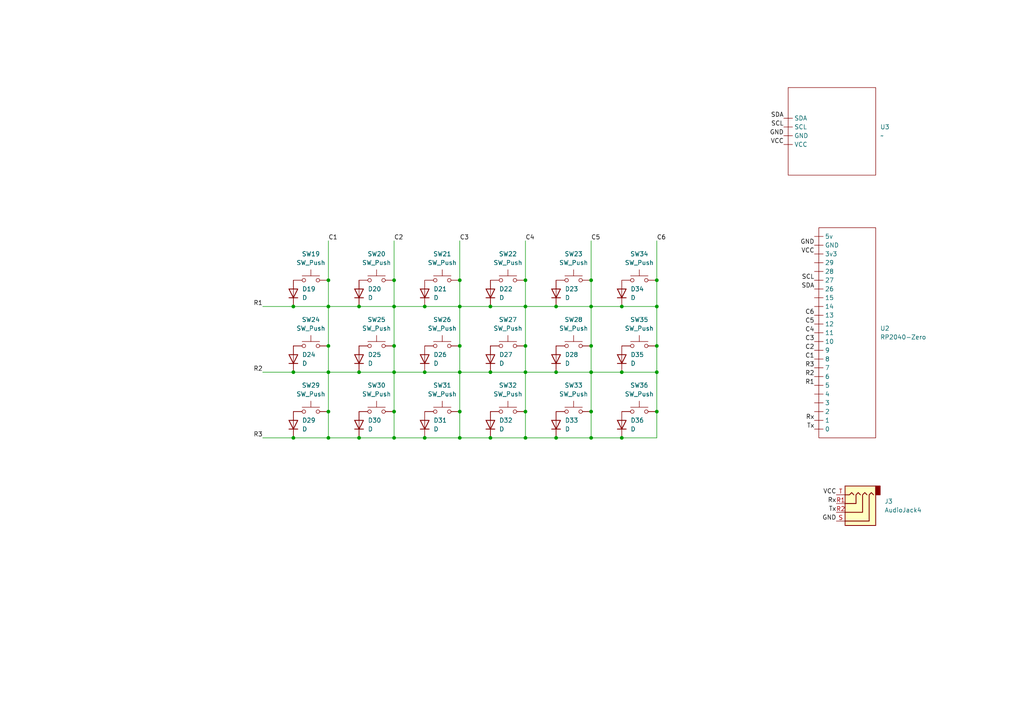
<source format=kicad_sch>
(kicad_sch (version 20250114) (generator "eeschema") (generator_version "9.0")
  (paper "A4")
  (lib_symbols
    (symbol "Connector_Audio:AudioJack4"
      (property "Reference" "J" (at 0 8.89 0))
      (property "Value" "AudioJack4" (at 0 6.35 0))
      (symbol "AudioJack4_0_1"
        (rectangle (start -6.35 -5.08) (end -7.62 -7.62) (stroke (width 0.254)) (fill (type outline)))
        (polyline (pts (xy -5.715 -5.08) (xy -5.08 -5.715) (xy -4.445 -5.08) (xy -4.445 2.54) (xy 2.54 2.54)) (stroke (width 0.254)))
        (polyline (pts (xy -1.905 -5.08) (xy -1.27 -5.715) (xy -0.635 -5.08) (xy -0.635 -2.54) (xy 2.54 -2.54)) (stroke (width 0.254)))
        (polyline (pts (xy 0 -5.08) (xy 0.635 -5.715) (xy 1.27 -5.08) (xy 2.54 -5.08)) (stroke (width 0.254)))
        (rectangle (start 2.54 3.81) (end -6.35 -7.62) (stroke (width 0.254)) (fill (type background)))
        (polyline (pts (xy 2.54 0) (xy -2.54 0) (xy -2.54 -5.08) (xy -3.175 -5.715) (xy -3.81 -5.08)) (stroke (width 0.254)))
      )
      (symbol "AudioJack4_1_1"
        (pin passive line (at 5.08 2.54 180) (length 2.54) (name "~") (number "S"))
        (pin passive line (at 5.08 0 180) (length 2.54) (name "~") (number "R2"))
        (pin passive line (at 5.08 -2.54 180) (length 2.54) (name "~") (number "R1"))
        (pin passive line (at 5.08 -5.08 180) (length 2.54) (name "~") (number "T"))
      )
    )
    (symbol "Device:D" (pin_numbers (hide yes)) (pin_names (offset 1.016) (hide yes))
      (property "Reference" "D" (at 0 2.54 0))
      (property "Value" "D" (at 0 -2.54 0))
      (symbol "D_0_1"
        (polyline (pts (xy -1.27 1.27) (xy -1.27 -1.27)) (stroke (width 0.254)))
        (polyline (pts (xy 1.27 1.27) (xy 1.27 -1.27) (xy -1.27 0) (xy 1.27 1.27)) (stroke (width 0.254)))
        (polyline (pts (xy 1.27 0) (xy -1.27 0)))
      )
      (symbol "D_1_1"
        (pin passive line (at -3.81 0 0) (length 2.54) (name "K") (number "1"))
        (pin passive line (at 3.81 0 180) (length 2.54) (name "A") (number "2"))
      )
    )
    (symbol "RP2040-Zero:RP2040-Zero" (pin_numbers (hide yes))
      (property "Reference" "U" (at 0 0 0))
      (property "Value" "RP2040-Zero" (at 0 -2.54 0))
      (symbol "RP2040-Zero_0_1"
        (rectangle (start -7.62 6.35) (end 8.89 -54.61))
      )
      (symbol "RP2040-Zero_1_1"
        (pin bidirectional line (at 10.16 3.81 180) (length 2.54) (name "0") (number "0"))
        (pin bidirectional line (at 10.16 1.27 180) (length 2.54) (name "1") (number "1"))
        (pin bidirectional line (at 10.16 -1.27 180) (length 2.54) (name "2") (number "2"))
        (pin bidirectional line (at 10.16 -3.81 180) (length 2.54) (name "3") (number "3"))
        (pin bidirectional line (at 10.16 -6.35 180) (length 2.54) (name "4") (number "4"))
        (pin bidirectional line (at 10.16 -8.89 180) (length 2.54) (name "5") (number "5"))
        (pin bidirectional line (at 10.16 -11.43 180) (length 2.54) (name "6") (number "6"))
        (pin bidirectional line (at 10.16 -13.97 180) (length 2.54) (name "7") (number "7"))
        (pin bidirectional line (at 10.16 -16.51 180) (length 2.54) (name "8") (number "8"))
        (pin bidirectional line (at 10.16 -19.05 180) (length 2.54) (name "9") (number "9"))
        (pin bidirectional line (at 10.16 -21.59 180) (length 2.54) (name "10") (number "10"))
        (pin bidirectional line (at 10.16 -24.13 180) (length 2.54) (name "11") (number "11"))
        (pin bidirectional line (at 10.16 -26.67 180) (length 2.54) (name "12") (number "12"))
        (pin bidirectional line (at 10.16 -29.21 180) (length 2.54) (name "13") (number "13"))
        (pin bidirectional line (at 10.16 -31.75 180) (length 2.54) (name "14") (number "14"))
        (pin bidirectional line (at 10.16 -34.29 180) (length 2.54) (name "15") (number "15"))
        (pin bidirectional line (at 10.16 -36.83 180) (length 2.54) (name "26") (number "26"))
        (pin bidirectional line (at 10.16 -39.37 180) (length 2.54) (name "27") (number "27"))
        (pin bidirectional line (at 10.16 -41.91 180) (length 2.54) (name "28") (number "28"))
        (pin bidirectional line (at 10.16 -44.45 180) (length 2.54) (name "29") (number "29"))
        (pin bidirectional line (at 10.16 -46.99 180) (length 2.54) (name "3v3") (number "3v3"))
        (pin bidirectional line (at 10.16 -49.53 180) (length 2.54) (name "GND") (number "GND"))
        (pin bidirectional line (at 10.16 -52.07 180) (length 2.54) (name "5v") (number "5v"))
      )
    )
    (symbol "Switch:SW_Push" (pin_numbers (hide yes)) (pin_names (offset 1.016) (hide yes))
      (property "Reference" "SW" (at 1.27 2.54 0))
      (property "Value" "SW_Push" (at 0 -1.524 0))
      (symbol "SW_Push_0_1"
        (circle (center -2.032 0) (radius 0.508))
        (polyline (pts (xy 0 1.27) (xy 0 3.048)))
        (circle (center 2.032 0) (radius 0.508))
        (polyline (pts (xy 2.54 1.27) (xy -2.54 1.27)))
        (pin passive line (at -5.08 0 0) (length 2.54) (name "1") (number "1"))
        (pin passive line (at 5.08 0 180) (length 2.54) (name "2") (number "2"))
      )
    )
    (symbol "ssd1306:128x64-OLED"
      (property "Reference" "U" (at 0 0 0))
      (symbol "128x64-OLED_0_1"
        (rectangle (start -12.7 12.7) (end 12.7 -12.7))
      )
      (symbol "128x64-OLED_1_1"
        (pin power_in line (at -3.81 13.97 270) (length 2.54) (name "VCC") (number ""))
        (pin power_in line (at -1.27 13.97 270) (length 2.54) (name "GND") (number ""))
        (pin input line (at 1.27 13.97 270) (length 2.54) (name "SCL") (number ""))
        (pin input line (at 3.81 13.97 270) (length 2.54) (name "SDA") (number ""))
      )
    )
  )
  (junction (at 152.4 81.28))
  (junction (at 190.5 100.33))
  (junction (at 190.5 107.95))
  (junction (at 114.3 81.28))
  (junction (at 142.24 88.9))
  (junction (at 171.45 88.9))
  (junction (at 161.29 107.95))
  (junction (at 114.3 100.33))
  (junction (at 104.14 107.95))
  (junction (at 133.35 127))
  (junction (at 161.29 127))
  (junction (at 133.35 81.28))
  (junction (at 190.5 88.9))
  (junction (at 190.5 119.38))
  (junction (at 114.3 107.95))
  (junction (at 133.35 100.33))
  (junction (at 152.4 100.33))
  (junction (at 142.24 127))
  (junction (at 180.34 107.95))
  (junction (at 104.14 88.9))
  (junction (at 95.25 100.33))
  (junction (at 152.4 107.95))
  (junction (at 171.45 127))
  (junction (at 190.5 81.28))
  (junction (at 114.3 127))
  (junction (at 123.19 127))
  (junction (at 114.3 119.38))
  (junction (at 95.25 127))
  (junction (at 85.09 107.95))
  (junction (at 152.4 119.38))
  (junction (at 142.24 107.95))
  (junction (at 133.35 107.95))
  (junction (at 114.3 88.9))
  (junction (at 152.4 88.9))
  (junction (at 123.19 88.9))
  (junction (at 95.25 81.28))
  (junction (at 85.09 127))
  (junction (at 133.35 119.38))
  (junction (at 180.34 127))
  (junction (at 104.14 127))
  (junction (at 95.25 119.38))
  (junction (at 171.45 107.95))
  (junction (at 161.29 88.9))
  (junction (at 123.19 107.95))
  (junction (at 180.34 88.9))
  (junction (at 171.45 100.33))
  (junction (at 95.25 88.9))
  (junction (at 85.09 88.9))
  (junction (at 171.45 81.28))
  (junction (at 171.45 119.38))
  (junction (at 95.25 107.95))
  (junction (at 152.4 127))
  (junction (at 133.35 88.9))
  (wire (pts (xy 171.45 107.95) (xy 171.45 119.38)))
  (wire (pts (xy 76.2 107.95) (xy 85.09 107.95)))
  (wire (pts (xy 152.4 100.33) (xy 152.4 107.95)))
  (wire (pts (xy 190.5 81.28) (xy 190.5 88.9)))
  (wire (pts (xy 133.35 88.9) (xy 142.24 88.9)))
  (wire (pts (xy 133.35 107.95) (xy 133.35 119.38)))
  (wire (pts (xy 161.29 127) (xy 171.45 127)))
  (wire (pts (xy 104.14 127) (xy 114.3 127)))
  (wire (pts (xy 95.25 69.85) (xy 95.25 81.28)))
  (wire (pts (xy 171.45 119.38) (xy 171.45 127)))
  (wire (pts (xy 114.3 107.95) (xy 114.3 119.38)))
  (wire (pts (xy 114.3 119.38) (xy 114.3 127)))
  (wire (pts (xy 95.25 88.9) (xy 95.25 100.33)))
  (wire (pts (xy 171.45 88.9) (xy 180.34 88.9)))
  (wire (pts (xy 85.09 127) (xy 95.25 127)))
  (wire (pts (xy 152.4 81.28) (xy 152.4 88.9)))
  (wire (pts (xy 95.25 100.33) (xy 95.25 107.95)))
  (wire (pts (xy 152.4 69.85) (xy 152.4 81.28)))
  (wire (pts (xy 114.3 107.95) (xy 123.19 107.95)))
  (wire (pts (xy 142.24 127) (xy 152.4 127)))
  (wire (pts (xy 123.19 107.95) (xy 133.35 107.95)))
  (wire (pts (xy 114.3 69.85) (xy 114.3 81.28)))
  (wire (pts (xy 133.35 69.85) (xy 133.35 81.28)))
  (wire (pts (xy 142.24 107.95) (xy 152.4 107.95)))
  (wire (pts (xy 85.09 88.9) (xy 95.25 88.9)))
  (wire (pts (xy 161.29 88.9) (xy 171.45 88.9)))
  (wire (pts (xy 152.4 107.95) (xy 161.29 107.95)))
  (wire (pts (xy 133.35 107.95) (xy 142.24 107.95)))
  (wire (pts (xy 76.2 88.9) (xy 85.09 88.9)))
  (wire (pts (xy 171.45 88.9) (xy 171.45 100.33)))
  (wire (pts (xy 133.35 119.38) (xy 133.35 127)))
  (wire (pts (xy 152.4 127) (xy 161.29 127)))
  (wire (pts (xy 114.3 88.9) (xy 123.19 88.9)))
  (wire (pts (xy 180.34 127) (xy 190.5 127)))
  (wire (pts (xy 171.45 69.85) (xy 171.45 81.28)))
  (wire (pts (xy 152.4 107.95) (xy 152.4 119.38)))
  (wire (pts (xy 133.35 127) (xy 142.24 127)))
  (wire (pts (xy 133.35 81.28) (xy 133.35 88.9)))
  (wire (pts (xy 171.45 107.95) (xy 180.34 107.95)))
  (wire (pts (xy 190.5 119.38) (xy 190.5 127)))
  (wire (pts (xy 180.34 88.9) (xy 190.5 88.9)))
  (wire (pts (xy 114.3 127) (xy 123.19 127)))
  (wire (pts (xy 133.35 100.33) (xy 133.35 107.95)))
  (wire (pts (xy 114.3 100.33) (xy 114.3 107.95)))
  (wire (pts (xy 95.25 107.95) (xy 95.25 119.38)))
  (wire (pts (xy 95.25 81.28) (xy 95.25 88.9)))
  (wire (pts (xy 95.25 119.38) (xy 95.25 127)))
  (wire (pts (xy 114.3 88.9) (xy 114.3 100.33)))
  (wire (pts (xy 142.24 88.9) (xy 152.4 88.9)))
  (wire (pts (xy 123.19 88.9) (xy 133.35 88.9)))
  (wire (pts (xy 190.5 88.9) (xy 190.5 100.33)))
  (wire (pts (xy 104.14 107.95) (xy 114.3 107.95)))
  (wire (pts (xy 95.25 127) (xy 104.14 127)))
  (wire (pts (xy 171.45 100.33) (xy 171.45 107.95)))
  (wire (pts (xy 152.4 119.38) (xy 152.4 127)))
  (wire (pts (xy 123.19 127) (xy 133.35 127)))
  (wire (pts (xy 171.45 127) (xy 180.34 127)))
  (wire (pts (xy 190.5 107.95) (xy 190.5 119.38)))
  (wire (pts (xy 114.3 81.28) (xy 114.3 88.9)))
  (wire (pts (xy 104.14 88.9) (xy 114.3 88.9)))
  (wire (pts (xy 76.2 127) (xy 85.09 127)))
  (wire (pts (xy 95.25 107.95) (xy 104.14 107.95)))
  (wire (pts (xy 85.09 107.95) (xy 95.25 107.95)))
  (wire (pts (xy 152.4 88.9) (xy 161.29 88.9)))
  (wire (pts (xy 171.45 81.28) (xy 171.45 88.9)))
  (wire (pts (xy 133.35 88.9) (xy 133.35 100.33)))
  (wire (pts (xy 190.5 100.33) (xy 190.5 107.95)))
  (wire (pts (xy 180.34 107.95) (xy 190.5 107.95)))
  (wire (pts (xy 95.25 88.9) (xy 104.14 88.9)))
  (wire (pts (xy 161.29 107.95) (xy 171.45 107.95)))
  (wire (pts (xy 190.5 69.85) (xy 190.5 81.28)))
  (wire (pts (xy 152.4 88.9) (xy 152.4 100.33)))
  (label "Tx" (at 236.22 124.46 180))
  (label "R2" (at 236.22 109.22 180))
  (label "C1" (at 236.22 104.14 180))
  (label "C4" (at 236.22 96.52 180))
  (label "C6" (at 190.5 69.85 0))
  (label "SCL" (at 227.33 36.83 180))
  (label "VCC" (at 227.33 41.91 180))
  (label "C2" (at 236.22 101.6 180))
  (label "Tx" (at 242.57 148.59 180))
  (label "C5" (at 236.22 93.98 180))
  (label "C6" (at 236.22 91.44 180))
  (label "C5" (at 171.45 69.85 0))
  (label "R2" (at 76.2 107.95 180))
  (label "GND" (at 236.22 71.12 180))
  (label "C2" (at 114.3 69.85 0))
  (label "C3" (at 236.22 99.06 180))
  (label "C4" (at 152.4 69.85 0))
  (label "SDA" (at 236.22 83.82 180))
  (label "R3" (at 236.22 106.68 180))
  (label "Rx" (at 242.57 146.05 180))
  (label "SDA" (at 227.33 34.29 180))
  (label "VCC" (at 236.22 73.66 180))
  (label "R1" (at 76.2 88.9 180))
  (label "GND" (at 242.57 151.13 180))
  (label "R3" (at 76.2 127 180))
  (label "VCC" (at 242.57 143.51 180))
  (label "R1" (at 236.22 111.76 180))
  (label "C3" (at 133.35 69.85 0))
  (label "Rx" (at 236.22 121.92 180))
  (label "C1" (at 95.25 69.85 0))
  (label "GND" (at 227.33 39.37 180))
  (label "SCL" (at 236.22 81.28 180))
  (symbol (lib_id "Device:D") (at 104.14 104.14 90) (unit 1)
    (property "Reference" "D25" (at 106.68 102.8699 90) (effects (justify right)))
    (property "Value" "D" (at 106.68 105.4099 90) (effects (justify right)))
    (property "Description" "Diode" (effects (hide yes)))
    (property "Sim.Device" "D" (effects (hide yes)))
    (property "Sim.Pins" "1=K 2=A" (effects (hide yes)))
  )
  (symbol (lib_id "Device:D") (at 142.24 85.09 90) (unit 1)
    (property "Reference" "D22" (at 144.78 83.8199 90) (effects (justify right)))
    (property "Value" "D" (at 144.78 86.3599 90) (effects (justify right)))
    (property "Description" "Diode" (effects (hide yes)))
    (property "Sim.Device" "D" (effects (hide yes)))
    (property "Sim.Pins" "1=K 2=A" (effects (hide yes)))
  )
  (symbol (lib_id "Device:D") (at 104.14 85.09 90) (unit 1)
    (property "Reference" "D20" (at 106.68 83.8199 90) (effects (justify right)))
    (property "Value" "D" (at 106.68 86.3599 90) (effects (justify right)))
    (property "Description" "Diode" (effects (hide yes)))
    (property "Sim.Device" "D" (effects (hide yes)))
    (property "Sim.Pins" "1=K 2=A" (effects (hide yes)))
  )
  (symbol (lib_id "Switch:SW_Push") (at 90.17 81.28 0) (unit 1)
    (property "Reference" "SW19" (at 90.17 73.66 0))
    (property "Value" "SW_Push" (at 90.17 76.2 0))
    (property "Description" "Push button switch, generic, two pins" (effects (hide yes)))
  )
  (symbol (lib_id "ssd1306:128x64-OLED") (at 241.3 38.1 90) (unit 1)
    (property "Reference" "U3" (at 255.27 36.8299 90) (effects (justify right)))
    (property "Value" "~" (at 255.27 39.3699 90) (effects (justify right)))
  )
  (symbol (lib_id "Device:D") (at 85.09 85.09 90) (unit 1)
    (property "Reference" "D19" (at 87.63 83.8199 90) (effects (justify right)))
    (property "Value" "D" (at 87.63 86.3599 90) (effects (justify right)))
    (property "Description" "Diode" (effects (hide yes)))
    (property "Sim.Device" "D" (effects (hide yes)))
    (property "Sim.Pins" "1=K 2=A" (effects (hide yes)))
  )
  (symbol (lib_id "Device:D") (at 85.09 104.14 90) (unit 1)
    (property "Reference" "D24" (at 87.63 102.8699 90) (effects (justify right)))
    (property "Value" "D" (at 87.63 105.4099 90) (effects (justify right)))
    (property "Description" "Diode" (effects (hide yes)))
    (property "Sim.Device" "D" (effects (hide yes)))
    (property "Sim.Pins" "1=K 2=A" (effects (hide yes)))
  )
  (symbol (lib_id "Device:D") (at 161.29 123.19 90) (unit 1)
    (property "Reference" "D33" (at 163.83 121.9199 90) (effects (justify right)))
    (property "Value" "D" (at 163.83 124.4599 90) (effects (justify right)))
    (property "Description" "Diode" (effects (hide yes)))
    (property "Sim.Device" "D" (effects (hide yes)))
    (property "Sim.Pins" "1=K 2=A" (effects (hide yes)))
  )
  (symbol (lib_id "Device:D") (at 180.34 104.14 90) (unit 1)
    (property "Reference" "D35" (at 182.88 102.8699 90) (effects (justify right)))
    (property "Value" "D" (at 182.88 105.4099 90) (effects (justify right)))
    (property "Description" "Diode" (effects (hide yes)))
    (property "Sim.Device" "D" (effects (hide yes)))
    (property "Sim.Pins" "1=K 2=A" (effects (hide yes)))
  )
  (symbol (lib_id "Device:D") (at 161.29 85.09 90) (unit 1)
    (property "Reference" "D23" (at 163.83 83.8199 90) (effects (justify right)))
    (property "Value" "D" (at 163.83 86.3599 90) (effects (justify right)))
    (property "Description" "Diode" (effects (hide yes)))
    (property "Sim.Device" "D" (effects (hide yes)))
    (property "Sim.Pins" "1=K 2=A" (effects (hide yes)))
  )
  (symbol (lib_id "Switch:SW_Push") (at 147.32 100.33 0) (unit 1)
    (property "Reference" "SW27" (at 147.32 92.71 0))
    (property "Value" "SW_Push" (at 147.32 95.25 0))
    (property "Description" "Push button switch, generic, two pins" (effects (hide yes)))
  )
  (symbol (lib_id "Device:D") (at 142.24 104.14 90) (unit 1)
    (property "Reference" "D27" (at 144.78 102.8699 90) (effects (justify right)))
    (property "Value" "D" (at 144.78 105.4099 90) (effects (justify right)))
    (property "Description" "Diode" (effects (hide yes)))
    (property "Sim.Device" "D" (effects (hide yes)))
    (property "Sim.Pins" "1=K 2=A" (effects (hide yes)))
  )
  (symbol (lib_id "Switch:SW_Push") (at 147.32 81.28 0) (unit 1)
    (property "Reference" "SW22" (at 147.32 73.66 0))
    (property "Value" "SW_Push" (at 147.32 76.2 0))
    (property "Description" "Push button switch, generic, two pins" (effects (hide yes)))
  )
  (symbol (lib_id "Switch:SW_Push") (at 185.42 119.38 0) (unit 1)
    (property "Reference" "SW36" (at 185.42 111.76 0))
    (property "Value" "SW_Push" (at 185.42 114.3 0))
    (property "Description" "Push button switch, generic, two pins" (effects (hide yes)))
  )
  (symbol (lib_id "Device:D") (at 104.14 123.19 90) (unit 1)
    (property "Reference" "D30" (at 106.68 121.9199 90) (effects (justify right)))
    (property "Value" "D" (at 106.68 124.4599 90) (effects (justify right)))
    (property "Description" "Diode" (effects (hide yes)))
    (property "Sim.Device" "D" (effects (hide yes)))
    (property "Sim.Pins" "1=K 2=A" (effects (hide yes)))
  )
  (symbol (lib_id "Device:D") (at 180.34 85.09 90) (unit 1)
    (property "Reference" "D34" (at 182.88 83.8199 90) (effects (justify right)))
    (property "Value" "D" (at 182.88 86.3599 90) (effects (justify right)))
    (property "Description" "Diode" (effects (hide yes)))
    (property "Sim.Device" "D" (effects (hide yes)))
    (property "Sim.Pins" "1=K 2=A" (effects (hide yes)))
  )
  (symbol (lib_id "Device:D") (at 123.19 85.09 90) (unit 1)
    (property "Reference" "D21" (at 125.73 83.8199 90) (effects (justify right)))
    (property "Value" "D" (at 125.73 86.3599 90) (effects (justify right)))
    (property "Description" "Diode" (effects (hide yes)))
    (property "Sim.Device" "D" (effects (hide yes)))
    (property "Sim.Pins" "1=K 2=A" (effects (hide yes)))
  )
  (symbol (lib_id "Switch:SW_Push") (at 90.17 100.33 0) (unit 1)
    (property "Reference" "SW24" (at 90.17 92.71 0))
    (property "Value" "SW_Push" (at 90.17 95.25 0))
    (property "Description" "Push button switch, generic, two pins" (effects (hide yes)))
  )
  (symbol (lib_id "Device:D") (at 180.34 123.19 90) (unit 1)
    (property "Reference" "D36" (at 182.88 121.9199 90) (effects (justify right)))
    (property "Value" "D" (at 182.88 124.4599 90) (effects (justify right)))
    (property "Description" "Diode" (effects (hide yes)))
    (property "Sim.Device" "D" (effects (hide yes)))
    (property "Sim.Pins" "1=K 2=A" (effects (hide yes)))
  )
  (symbol (lib_id "Connector_Audio:AudioJack4") (at 247.65 148.59 180) (unit 1)
    (property "Reference" "J3" (at 256.54 145.4149 0) (effects (justify right)))
    (property "Value" "AudioJack4" (at 256.54 147.9549 0) (effects (justify right)))
    (property "Description" "Audio Jack, 4 Poles (TRRS)" (effects (hide yes)))
  )
  (symbol (lib_id "Switch:SW_Push") (at 128.27 100.33 0) (unit 1)
    (property "Reference" "SW26" (at 128.27 92.71 0))
    (property "Value" "SW_Push" (at 128.27 95.25 0))
    (property "Description" "Push button switch, generic, two pins" (effects (hide yes)))
  )
  (symbol (lib_id "Switch:SW_Push") (at 128.27 81.28 0) (unit 1)
    (property "Reference" "SW21" (at 128.27 73.66 0))
    (property "Value" "SW_Push" (at 128.27 76.2 0))
    (property "Description" "Push button switch, generic, two pins" (effects (hide yes)))
  )
  (symbol (lib_id "Switch:SW_Push") (at 185.42 100.33 0) (unit 1)
    (property "Reference" "SW35" (at 185.42 92.71 0))
    (property "Value" "SW_Push" (at 185.42 95.25 0))
    (property "Description" "Push button switch, generic, two pins" (effects (hide yes)))
  )
  (symbol (lib_id "RP2040-Zero:RP2040-Zero") (at 246.38 120.65 180) (unit 1)
    (property "Reference" "U2" (at 255.27 95.2499 0) (effects (justify right)))
    (property "Value" "RP2040-Zero" (at 255.27 97.7899 0) (effects (justify right)))
  )
  (symbol (lib_id "Switch:SW_Push") (at 109.22 119.38 0) (unit 1)
    (property "Reference" "SW30" (at 109.22 111.76 0))
    (property "Value" "SW_Push" (at 109.22 114.3 0))
    (property "Description" "Push button switch, generic, two pins" (effects (hide yes)))
  )
  (symbol (lib_id "Switch:SW_Push") (at 166.37 100.33 0) (unit 1)
    (property "Reference" "SW28" (at 166.37 92.71 0))
    (property "Value" "SW_Push" (at 166.37 95.25 0))
    (property "Description" "Push button switch, generic, two pins" (effects (hide yes)))
  )
  (symbol (lib_id "Switch:SW_Push") (at 166.37 81.28 0) (unit 1)
    (property "Reference" "SW23" (at 166.37 73.66 0))
    (property "Value" "SW_Push" (at 166.37 76.2 0))
    (property "Description" "Push button switch, generic, two pins" (effects (hide yes)))
  )
  (symbol (lib_id "Switch:SW_Push") (at 185.42 81.28 0) (unit 1)
    (property "Reference" "SW34" (at 185.42 73.66 0))
    (property "Value" "SW_Push" (at 185.42 76.2 0))
    (property "Description" "Push button switch, generic, two pins" (effects (hide yes)))
  )
  (symbol (lib_id "Switch:SW_Push") (at 109.22 100.33 0) (unit 1)
    (property "Reference" "SW25" (at 109.22 92.71 0))
    (property "Value" "SW_Push" (at 109.22 95.25 0))
    (property "Description" "Push button switch, generic, two pins" (effects (hide yes)))
  )
  (symbol (lib_id "Device:D") (at 85.09 123.19 90) (unit 1)
    (property "Reference" "D29" (at 87.63 121.9199 90) (effects (justify right)))
    (property "Value" "D" (at 87.63 124.4599 90) (effects (justify right)))
    (property "Description" "Diode" (effects (hide yes)))
    (property "Sim.Device" "D" (effects (hide yes)))
    (property "Sim.Pins" "1=K 2=A" (effects (hide yes)))
  )
  (symbol (lib_id "Switch:SW_Push") (at 128.27 119.38 0) (unit 1)
    (property "Reference" "SW31" (at 128.27 111.76 0))
    (property "Value" "SW_Push" (at 128.27 114.3 0))
    (property "Description" "Push button switch, generic, two pins" (effects (hide yes)))
  )
  (symbol (lib_id "Switch:SW_Push") (at 90.17 119.38 0) (unit 1)
    (property "Reference" "SW29" (at 90.17 111.76 0))
    (property "Value" "SW_Push" (at 90.17 114.3 0))
    (property "Description" "Push button switch, generic, two pins" (effects (hide yes)))
  )
  (symbol (lib_id "Device:D") (at 161.29 104.14 90) (unit 1)
    (property "Reference" "D28" (at 163.83 102.8699 90) (effects (justify right)))
    (property "Value" "D" (at 163.83 105.4099 90) (effects (justify right)))
    (property "Description" "Diode" (effects (hide yes)))
    (property "Sim.Device" "D" (effects (hide yes)))
    (property "Sim.Pins" "1=K 2=A" (effects (hide yes)))
  )
  (symbol (lib_id "Device:D") (at 123.19 123.19 90) (unit 1)
    (property "Reference" "D31" (at 125.73 121.9199 90) (effects (justify right)))
    (property "Value" "D" (at 125.73 124.4599 90) (effects (justify right)))
    (property "Description" "Diode" (effects (hide yes)))
    (property "Sim.Device" "D" (effects (hide yes)))
    (property "Sim.Pins" "1=K 2=A" (effects (hide yes)))
  )
  (symbol (lib_id "Device:D") (at 142.24 123.19 90) (unit 1)
    (property "Reference" "D32" (at 144.78 121.9199 90) (effects (justify right)))
    (property "Value" "D" (at 144.78 124.4599 90) (effects (justify right)))
    (property "Description" "Diode" (effects (hide yes)))
    (property "Sim.Device" "D" (effects (hide yes)))
    (property "Sim.Pins" "1=K 2=A" (effects (hide yes)))
  )
  (symbol (lib_id "Switch:SW_Push") (at 109.22 81.28 0) (unit 1)
    (property "Reference" "SW20" (at 109.22 73.66 0))
    (property "Value" "SW_Push" (at 109.22 76.2 0))
    (property "Description" "Push button switch, generic, two pins" (effects (hide yes)))
  )
  (symbol (lib_id "Device:D") (at 123.19 104.14 90) (unit 1)
    (property "Reference" "D26" (at 125.73 102.8699 90) (effects (justify right)))
    (property "Value" "D" (at 125.73 105.4099 90) (effects (justify right)))
    (property "Description" "Diode" (effects (hide yes)))
    (property "Sim.Device" "D" (effects (hide yes)))
    (property "Sim.Pins" "1=K 2=A" (effects (hide yes)))
  )
  (symbol (lib_id "Switch:SW_Push") (at 166.37 119.38 0) (unit 1)
    (property "Reference" "SW33" (at 166.37 111.76 0))
    (property "Value" "SW_Push" (at 166.37 114.3 0))
    (property "Description" "Push button switch, generic, two pins" (effects (hide yes)))
  )
  (symbol (lib_id "Switch:SW_Push") (at 147.32 119.38 0) (unit 1)
    (property "Reference" "SW32" (at 147.32 111.76 0))
    (property "Value" "SW_Push" (at 147.32 114.3 0))
    (property "Description" "Push button switch, generic, two pins" (effects (hide yes)))
  )
)
</source>
